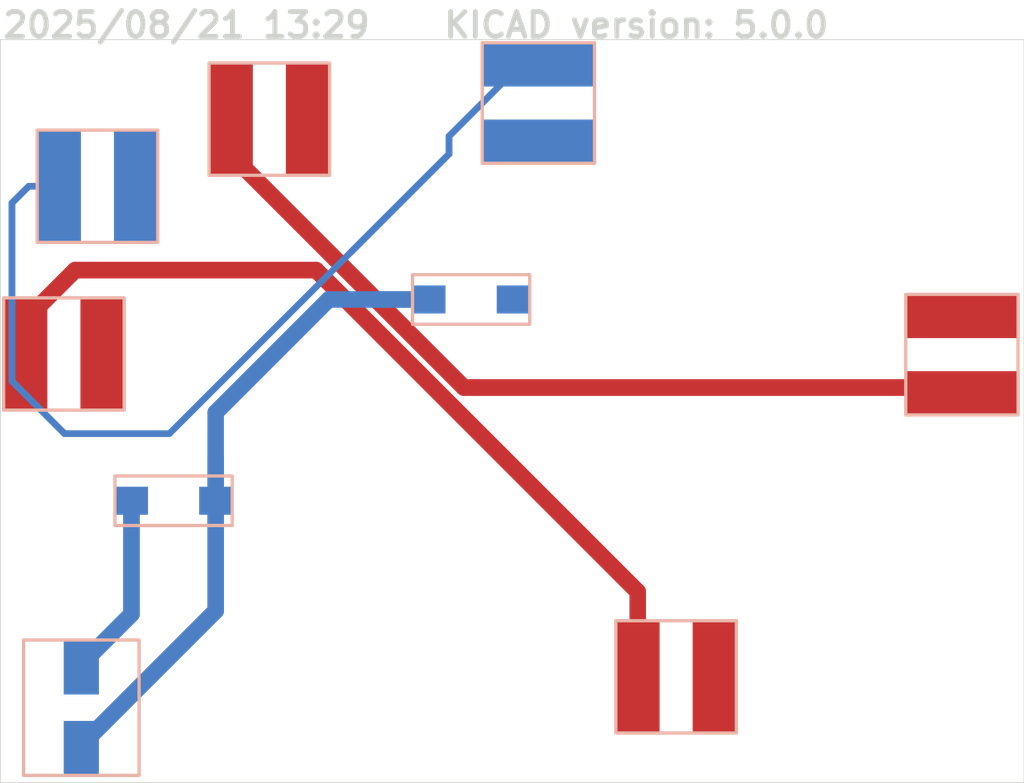
<source format=kicad_pcb>
(kicad_pcb (version 20221018) (generator pcbnew)
  (layers (0 "F.Cu" signal "Top") (31 "B.Cu" signal "Bottom") (34 "B.Paste" user) (35 "F.Paste" user) (36 "B.SilkS" user "B.Silkscreen") (37 "F.SilkS" user "F.Silkscreen") (38 "B.Mask" user) (39 "F.Mask" user) (44 "Edge.Cuts" user))
  (net 0 "")
  (net 1 "Y-")
  (net 2 "W-")
  (net 3 "NetD2_1")
  (net 4 "NetD1_1")
  (net 5 "GND")
  (net 6 "VIN")
  (footprint "MIJI_ADPcbLib.PcbLib:CDRH6D38-3D_30" (layer "B.Cu") (at 102.34683 94.04556 180)
    (fp_text reference 71 hide)
    (fp_text value "" (at 0 0 180) (layer "F.SilkS") (effects (font (size 1.27 1.27))))
    (fp_line (start -3.65 -3.4) (end 3.65 -3.4) (stroke (width 0.2)) (layer "B.SilkS"))
    (fp_line (start -3.65 3.4) (end -3.65 -3.4) (stroke (width 0.2)) (layer "B.SilkS"))
    (fp_line (start 3.65 -3.4) (end 3.65 3.4) (stroke (width 0.2)) (layer "B.SilkS"))
    (fp_line (start 3.65 3.4) (end -3.65 3.4) (stroke (width 0.2)) (layer "B.SilkS"))
    (pad 1 smd rect (at -2.325 0 180) (size 2.65 6.8) (layers "F.Cu" "B.Paste" "B.Mask"))
    (pad 2 smd rect (at 2.325 0 180) (size 2.65 6.8) (layers "F.Cu" "B.Paste" "B.Mask") (net 4 "NetD1_1"))
  )
  (footprint "MIJI_ADPcbLib.PcbLib:SMD-EC6.3X6.3X10_18" (layer "B.Cu") (at 103.40183 115.47156 90)
    (fp_text reference 59 hide)
    (fp_text value "" (at 0 0 90) (layer "F.SilkS") (effects (font (size 1.27 1.27))))
    (fp_line (start -4.1 -3.5) (end 4.1 -3.5) (stroke (width 0.2)) (layer "B.SilkS"))
    (fp_line (start -4.1 3.5) (end -4.1 -3.5) (stroke (width 0.2)) (layer "B.SilkS"))
    (fp_line (start 4.1 -3.5) (end 4.1 3.5) (stroke (width 0.2)) (layer "B.SilkS"))
    (fp_line (start 4.1 3.5) (end -4.1 3.5) (stroke (width 0.2)) (layer "B.SilkS"))
    (pad 1 smd rect (at -2.45 0 270) (size 3.3 2.132) (layers "B.Cu" "B.Paste" "B.Mask") (net 6 "VIN"))
    (pad 2 smd rect (at 2.45 0 270) (size 3.3 2.132) (layers "B.Cu" "B.Paste" "B.Mask") (net 5 "GND"))
  )
  (footprint "MIJI_ADPcbLib.PcbLib:DO-214AC_13" (layer "B.Cu") (at 127.01383 90.74356 180)
    (fp_text reference 54 hide)
    (fp_text value "" (at 0 0 180) (layer "F.SilkS") (effects (font (size 1.27 1.27))))
    (fp_line (start -3.55 -1.5) (end 3.55 -1.5) (stroke (width 0.2)) (layer "B.SilkS"))
    (fp_line (start -3.55 1.5) (end -3.55 -1.5) (stroke (width 0.2)) (layer "B.SilkS"))
    (fp_line (start 3.55 -1.5) (end 3.55 1.5) (stroke (width 0.2)) (layer "B.SilkS"))
    (fp_line (start 3.55 1.5) (end -3.55 1.5) (stroke (width 0.2)) (layer "B.SilkS"))
    (pad 1 smd rect (at 2.55 0) (size 1.999996 1.699997) (layers "B.Cu" "B.Paste" "B.Mask") (net 6 "VIN"))
    (pad 2 smd rect (at -2.55 0) (size 1.999996 1.699997) (layers "B.Cu" "B.Paste" "B.Mask"))
  )
  (footprint "MIJI_ADPcbLib.PcbLib:CDRH6D38-3D_11" (layer "B.Cu") (at 104.37883 83.88556)
    (fp_text reference 52 hide)
    (fp_text value "" (at 0 0) (layer "F.SilkS") (effects (font (size 1.27 1.27))))
    (fp_line (start -3.65 -3.4) (end 3.65 -3.4) (stroke (width 0.2)) (layer "B.SilkS"))
    (fp_line (start -3.65 3.4) (end -3.65 -3.4) (stroke (width 0.2)) (layer "B.SilkS"))
    (fp_line (start 3.65 -3.4) (end 3.65 3.4) (stroke (width 0.2)) (layer "B.SilkS"))
    (fp_line (start 3.65 3.4) (end -3.65 3.4) (stroke (width 0.2)) (layer "B.SilkS"))
    (pad 1 smd rect (at -2.325 0) (size 2.65 6.8) (layers "B.Cu" "B.Paste" "B.Mask") (net 1 "Y-"))
    (pad 2 smd rect (at 2.325 0) (size 2.65 6.8) (layers "B.Cu" "B.Paste" "B.Mask") (net 3 "NetD2_1"))
  )
  (footprint "MIJI_ADPcbLib.PcbLib:CDRH6D38-3D_30" (layer "B.Cu") (at 139.43083 113.60356 180)
    (fp_text reference 71 hide)
    (fp_text value "" (at 0 0 180) (layer "F.SilkS") (effects (font (size 1.27 1.27))))
    (fp_line (start -3.65 -3.4) (end 3.65 -3.4) (stroke (width 0.2)) (layer "B.SilkS"))
    (fp_line (start -3.65 3.4) (end -3.65 -3.4) (stroke (width 0.2)) (layer "B.SilkS"))
    (fp_line (start 3.65 -3.4) (end 3.65 3.4) (stroke (width 0.2)) (layer "B.SilkS"))
    (fp_line (start 3.65 3.4) (end -3.65 3.4) (stroke (width 0.2)) (layer "B.SilkS"))
    (pad 1 smd rect (at -2.325 0 180) (size 2.65 6.8) (layers "F.Cu" "B.Paste" "B.Mask"))
    (pad 2 smd rect (at 2.325 0 180) (size 2.65 6.8) (layers "F.Cu" "B.Paste" "B.Mask") (net 4 "NetD1_1"))
  )
  (footprint "MIJI_ADPcbLib.PcbLib:CDRH6D38-3D_30" (layer "B.Cu") (at 156.74183 94.08456 -90)
    (fp_text reference 71 hide)
    (fp_text value "" (at 0 0 90) (layer "F.SilkS") (effects (font (size 1.27 1.27))))
    (fp_line (start -3.65 -3.4) (end 3.65 -3.4) (stroke (width 0.2)) (layer "B.SilkS"))
    (fp_line (start -3.65 3.4) (end -3.65 -3.4) (stroke (width 0.2)) (layer "B.SilkS"))
    (fp_line (start 3.65 -3.4) (end 3.65 3.4) (stroke (width 0.2)) (layer "B.SilkS"))
    (fp_line (start 3.65 3.4) (end -3.65 3.4) (stroke (width 0.2)) (layer "B.SilkS"))
    (pad 1 smd rect (at -2.325 0 270) (size 2.65 6.8) (layers "F.Cu" "B.Paste" "B.Mask"))
    (pad 2 smd rect (at 2.325 0 270) (size 2.65 6.8) (layers "F.Cu" "B.Paste" "B.Mask") (net 2 "W-"))
  )
  (footprint "MIJI_ADPcbLib.PcbLib:CDRH6D38-3D_30" (layer "B.Cu") (at 114.79283 79.82156 180)
    (fp_text reference 71 hide)
    (fp_text value "" (at 0 0 180) (layer "F.SilkS") (effects (font (size 1.27 1.27))))
    (fp_line (start -3.65 -3.4) (end 3.65 -3.4) (stroke (width 0.2)) (layer "B.SilkS"))
    (fp_line (start -3.65 3.4) (end -3.65 -3.4) (stroke (width 0.2)) (layer "B.SilkS"))
    (fp_line (start 3.65 -3.4) (end 3.65 3.4) (stroke (width 0.2)) (layer "B.SilkS"))
    (fp_line (start 3.65 3.4) (end -3.65 3.4) (stroke (width 0.2)) (layer "B.SilkS"))
    (pad 1 smd rect (at -2.325 0 180) (size 2.65 6.8) (layers "F.Cu" "B.Paste" "B.Mask"))
    (pad 2 smd rect (at 2.325 0 180) (size 2.65 6.8) (layers "F.Cu" "B.Paste" "B.Mask") (net 2 "W-"))
  )
  (footprint "MIJI_ADPcbLib.PcbLib:CDRH6D38-3D_11" (layer "B.Cu") (at 131.08783 78.84456 -90)
    (fp_text reference 52 hide)
    (fp_text value "" (at 0 0 90) (layer "F.SilkS") (effects (font (size 1.27 1.27))))
    (fp_line (start -3.65 -3.4) (end 3.65 -3.4) (stroke (width 0.2)) (layer "B.SilkS"))
    (fp_line (start -3.65 3.4) (end -3.65 -3.4) (stroke (width 0.2)) (layer "B.SilkS"))
    (fp_line (start 3.65 -3.4) (end 3.65 3.4) (stroke (width 0.2)) (layer "B.SilkS"))
    (fp_line (start 3.65 3.4) (end -3.65 3.4) (stroke (width 0.2)) (layer "B.SilkS"))
    (pad 1 smd rect (at -2.325 0 270) (size 2.65 6.8) (layers "B.Cu" "B.Paste" "B.Mask") (net 1 "Y-"))
    (pad 2 smd rect (at 2.325 0 270) (size 2.65 6.8) (layers "B.Cu" "B.Paste" "B.Mask"))
  )
  (footprint "MIJI_ADPcbLib.PcbLib:DO-214AC_13" (layer "B.Cu") (at 108.98983 102.93556 180)
    (fp_text reference 54 hide)
    (fp_text value "" (at 0 0 180) (layer "F.SilkS") (effects (font (size 1.27 1.27))))
    (fp_line (start -3.55 -1.5) (end 3.55 -1.5) (stroke (width 0.2)) (layer "B.SilkS"))
    (fp_line (start -3.55 1.5) (end -3.55 -1.5) (stroke (width 0.2)) (layer "B.SilkS"))
    (fp_line (start 3.55 -1.5) (end 3.55 1.5) (stroke (width 0.2)) (layer "B.SilkS"))
    (fp_line (start 3.55 1.5) (end -3.55 1.5) (stroke (width 0.2)) (layer "B.SilkS"))
    (pad 1 smd rect (at 2.55 0) (size 1.999996 1.699997) (layers "B.Cu" "B.Paste" "B.Mask") (net 5 "GND"))
    (pad 2 smd rect (at -2.55 0) (size 1.999996 1.699997) (layers "B.Cu" "B.Paste" "B.Mask") (net 6 "VIN"))
  )
  (gr_line (start 160.5011 75.003598) (end 98.501099 75.003598) (stroke (width 0.05)) (layer "Edge.Cuts"))
  (gr_line (start 98.501099 75.003598) (end 98.501099 120.003599) (stroke (width 0.05)) (layer "Edge.Cuts"))
  (gr_line (start 160.5011 120.003599) (end 160.5011 75.003598) (stroke (width 0.05)) (layer "Edge.Cuts"))
  (gr_line (start 98.501099 120.003599) (end 160.5011 120.003599) (stroke (width 0.05)) (layer "Edge.Cuts"))
  (gr_text "2025/08/21 13:29    KICAD version: 5.0.0" (at 98.501099 75.003598) (layer "Edge.Cuts") (effects (font (size 1.5 1.5) (thickness 0.3) bold) (justify left bottom)))
  (segment (start 99.201099 95.686829) (end 99.201099 84.90156) (width 0.4) (layer "B.Cu") (net 1))
  (segment (start 125.67583 81.93156) (end 125.67583 80.85656) (width 0.4) (layer "B.Cu") (net 1))
  (segment (start 125.67583 80.85656) (end 130.01283 76.51956) (width 0.4) (layer "B.Cu") (net 1))
  (segment (start 130.01283 76.51956) (end 131.08783 76.51956) (width 0.4) (layer "B.Cu") (net 1))
  (segment (start 100.217099 83.88556) (end 102.05383 83.88556) (width 0.4) (layer "B.Cu") (net 1))
  (segment (start 99.201099 84.90156) (end 100.217099 83.88556) (width 0.4) (layer "B.Cu") (net 1))
  (segment (start 102.38583 98.87156) (end 99.201099 95.686829) (width 0.4) (layer "B.Cu") (net 1))
  (segment (start 126.576308 96.07756) (end 154.12383 96.07756) (width 1) (layer "F.Cu") (net 2))
  (segment (start 112.46783 81.969082) (end 126.576308 96.07756) (width 1) (layer "F.Cu") (net 2))
  (segment (start 112.46783 78.80556) (end 112.46783 81.969082) (width 1) (layer "F.Cu") (net 2))
  (segment (start 137.10583 108.44556) (end 137.10583 116.39756) (width 1) (layer "F.Cu") (net 4))
  (segment (start 100.02183 94.04556) (end 100.02183 91.97056) (width 1) (layer "F.Cu") (net 4))
  (segment (start 103.02683 88.96556) (end 117.62583 88.96556) (width 1) (layer "F.Cu") (net 4))
  (segment (start 100.02183 91.97056) (end 103.02683 88.96556) (width 1) (layer "F.Cu") (net 4))
  (segment (start 117.62583 88.96556) (end 137.10583 108.44556) (width 1) (layer "F.Cu") (net 4))
  (segment (start 106.43983 102.93556) (end 106.43983 109.80356) (width 1) (layer "B.Cu") (net 5))
  (segment (start 106.43983 109.80356) (end 103.40183 112.84156) (width 1) (layer "B.Cu") (net 5))
  (segment (start 111.53983 102.93556) (end 111.53983 109.60356) (width 1) (layer "B.Cu") (net 6))
  (segment (start 111.53983 109.60356) (end 103.40183 117.74156) (width 1) (layer "B.Cu") (net 6))
  (segment (start 108.701099 98.87156) (end 102.38583 98.87156) (width 0.4) (layer "B.Cu") (net 1))
  (segment (start 125.67583 81.93156) (end 119.703792 87.903598) (width 0.4) (layer "B.Cu") (net 1))
  (segment (start 111.53983 102.93556) (end 111.53983 100.303598) (width 1) (layer "B.Cu") (net 6))
  (segment (start 124.46383 90.74356) (end 121.101099 90.74356) (width 1) (layer "B.Cu") (net 6))
  (segment (start 99.201099 95.686829) (end 99.201099 84.90156) (width 0.4) (layer "B.Cu") (net 1))
  (segment (start 108.73583 98.87156) (end 102.38583 98.87156) (width 0.4) (layer "B.Cu") (net 1))
  (segment (start 125.67583 81.93156) (end 125.67583 80.85656) (width 0.4) (layer "B.Cu") (net 1))
  (segment (start 125.67583 80.85656) (end 130.01283 76.51956) (width 0.4) (layer "B.Cu") (net 1))
  (segment (start 130.01283 76.51956) (end 131.08783 76.51956) (width 0.4) (layer "B.Cu") (net 1))
  (segment (start 100.217099 83.88556) (end 102.05383 83.88556) (width 0.4) (layer "B.Cu") (net 1))
  (segment (start 99.201099 84.90156) (end 100.217099 83.88556) (width 0.4) (layer "B.Cu") (net 1))
  (segment (start 102.38583 98.87156) (end 99.201099 95.686829) (width 0.4) (layer "B.Cu") (net 1))
  (segment (start 125.67583 81.93156) (end 108.73583 98.87156) (width 0.4) (layer "B.Cu") (net 1))
  (segment (start 126.576308 96.07756) (end 154.12383 96.07756) (width 1) (layer "F.Cu") (net 2))
  (segment (start 112.46783 81.969082) (end 126.576308 96.07756) (width 1) (layer "F.Cu") (net 2))
  (segment (start 112.46783 78.80556) (end 112.46783 81.969082) (width 1) (layer "F.Cu") (net 2))
  (segment (start 137.10583 108.44556) (end 137.10583 116.39756) (width 1) (layer "F.Cu") (net 4))
  (segment (start 100.02183 94.04556) (end 100.02183 91.97056) (width 1) (layer "F.Cu") (net 4))
  (segment (start 103.02683 88.96556) (end 117.62583 88.96556) (width 1) (layer "F.Cu") (net 4))
  (segment (start 100.02183 91.97056) (end 103.02683 88.96556) (width 1) (layer "F.Cu") (net 4))
  (segment (start 117.62583 88.96556) (end 137.10583 108.44556) (width 1) (layer "F.Cu") (net 4))
  (segment (start 106.43983 102.93556) (end 106.43983 109.80356) (width 1) (layer "B.Cu") (net 5))
  (segment (start 106.43983 109.80356) (end 103.40183 112.84156) (width 1) (layer "B.Cu") (net 5))
  (segment (start 111.53983 102.93556) (end 111.53983 97.59156) (width 1) (layer "B.Cu") (net 6))
  (segment (start 111.53983 102.93556) (end 111.53983 109.60356) (width 1) (layer "B.Cu") (net 6))
  (segment (start 111.53983 97.59156) (end 118.38783 90.74356) (width 1) (layer "B.Cu") (net 6))
  (segment (start 124.46383 90.74356) (end 118.38783 90.74356) (width 1) (layer "B.Cu") (net 6))
  (segment (start 111.53983 109.60356) (end 103.40183 117.74156) (width 1) (layer "B.Cu") (net 6))
)
</source>
